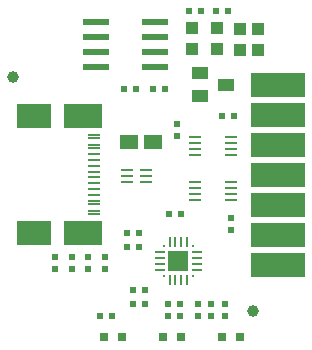
<source format=gbr>
%TF.GenerationSoftware,KiCad,Pcbnew,7.0.9-7.0.9~ubuntu22.04.1*%
%TF.CreationDate,2024-02-22T15:11:35+02:00*%
%TF.ProjectId,USB-SERIAL-L_Rev_B,5553422d-5345-4524-9941-4c2d4c5f5265,B*%
%TF.SameCoordinates,PX5f5e100PY7270e00*%
%TF.FileFunction,Paste,Top*%
%TF.FilePolarity,Positive*%
%FSLAX46Y46*%
G04 Gerber Fmt 4.6, Leading zero omitted, Abs format (unit mm)*
G04 Created by KiCad (PCBNEW 7.0.9-7.0.9~ubuntu22.04.1) date 2024-02-22 15:11:35*
%MOMM*%
%LPD*%
G01*
G04 APERTURE LIST*
%ADD10R,0.250000X0.250000*%
%ADD11R,0.830000X0.230000*%
%ADD12R,0.230000X0.830000*%
%ADD13R,1.800000X1.800000*%
%ADD14R,0.550000X0.500000*%
%ADD15R,2.200000X0.600000*%
%ADD16R,0.980000X0.230000*%
%ADD17R,4.572000X2.032000*%
%ADD18R,0.500000X0.550000*%
%ADD19R,1.016000X1.016000*%
%ADD20R,0.800000X0.800000*%
%ADD21C,1.000000*%
%ADD22R,3.200000X2.100000*%
%ADD23R,3.000000X2.100000*%
%ADD24R,2.200000X1.100000*%
%ADD25R,2.000000X1.100000*%
%ADD26R,1.130000X0.280000*%
%ADD27R,1.130000X0.230000*%
%ADD28R,1.400000X1.000000*%
%ADD29R,1.524000X1.270000*%
G04 APERTURE END LIST*
D10*
X14324000Y9922000D03*
D11*
X13999000Y9422000D03*
X13999000Y8922000D03*
X13999000Y8422000D03*
X13999000Y7922000D03*
D10*
X14324000Y7422000D03*
D12*
X14824000Y7097000D03*
X15324000Y7097000D03*
X15824000Y7097000D03*
X16324000Y7097000D03*
D10*
X16824000Y7422000D03*
D11*
X17149000Y7922000D03*
X17149000Y8422000D03*
X17149000Y8922000D03*
X17149000Y9422000D03*
D10*
X16824000Y9922000D03*
D12*
X16324000Y10247000D03*
X15824000Y10247000D03*
X15324000Y10247000D03*
X14824000Y10247000D03*
D13*
X15574000Y8672000D03*
D14*
X9347000Y7986000D03*
X9347000Y9002000D03*
D15*
X13625000Y25131000D03*
X13625000Y26401000D03*
X13625000Y27671000D03*
X13625000Y28941000D03*
X8625000Y28941000D03*
X8625000Y27671000D03*
X8625000Y26401000D03*
X8625000Y25131000D03*
D16*
X12824000Y15360000D03*
X12824000Y15860000D03*
X12824000Y16360000D03*
X11204000Y16360000D03*
X11204000Y15860000D03*
X11204000Y15360000D03*
D17*
X24000000Y8380000D03*
X24000000Y10920000D03*
X24000000Y13460000D03*
X24000000Y16000000D03*
X24000000Y18540000D03*
X24000000Y21080000D03*
X24000000Y23620000D03*
D18*
X19253000Y20940000D03*
X20269000Y20940000D03*
D19*
X18872000Y28433000D03*
X18872000Y26655000D03*
D18*
X19761000Y29830000D03*
X18745000Y29830000D03*
D14*
X6553000Y7986000D03*
X6553000Y9002000D03*
D16*
X20015000Y13840000D03*
X20015000Y14340000D03*
X20015000Y14840000D03*
X20015000Y15340000D03*
X17015000Y15340000D03*
X17015000Y14840000D03*
X17015000Y14340000D03*
X17015000Y13840000D03*
D20*
X9238000Y2250000D03*
X10762000Y2250000D03*
D21*
X21920000Y4430000D03*
D16*
X20015000Y19150000D03*
X20015000Y18650000D03*
X20015000Y18150000D03*
X20015000Y17650000D03*
X17015000Y17650000D03*
X17015000Y18150000D03*
X17015000Y18650000D03*
X17015000Y19150000D03*
D14*
X18364000Y5065000D03*
X18364000Y4049000D03*
D18*
X15824000Y12685000D03*
X14808000Y12685000D03*
D19*
X20777000Y26528000D03*
X20777000Y28306000D03*
D18*
X12268000Y9891000D03*
X11252000Y9891000D03*
X8966000Y4049000D03*
X9982000Y4049000D03*
D19*
X22301000Y26528000D03*
X22301000Y28306000D03*
D14*
X20015000Y12304000D03*
X20015000Y11288000D03*
D19*
X16713000Y28433000D03*
X16713000Y26655000D03*
D14*
X15443000Y19289000D03*
X15443000Y20305000D03*
D18*
X15697000Y4049000D03*
X14681000Y4049000D03*
X10998000Y23226000D03*
X12014000Y23226000D03*
X13411000Y23226000D03*
X14427000Y23226000D03*
D14*
X19507000Y5065000D03*
X19507000Y4049000D03*
D18*
X12776000Y5065000D03*
X11760000Y5065000D03*
D22*
X7530000Y11072400D03*
X7530000Y20927600D03*
D23*
X3350000Y11072400D03*
X3350000Y20927600D03*
D24*
X7530000Y11072400D03*
X7530000Y20927600D03*
D25*
X3350000Y11072400D03*
X3350000Y20927600D03*
D26*
X8432000Y19325000D03*
X8432000Y18525000D03*
D27*
X8432000Y17250000D03*
X8432000Y16250000D03*
X8432000Y15750000D03*
X8432000Y14750000D03*
D26*
X8432000Y13475000D03*
X8432000Y12675000D03*
X8432000Y12925000D03*
X8432000Y13725000D03*
D27*
X8432000Y14250000D03*
X8432000Y15250000D03*
X8432000Y16750000D03*
X8432000Y17750000D03*
D26*
X8432000Y18275000D03*
X8432000Y19075000D03*
D21*
X1600000Y24242000D03*
D14*
X5156000Y7986000D03*
X5156000Y9002000D03*
D20*
X14238000Y2250000D03*
X15762000Y2250000D03*
D18*
X14681000Y5065000D03*
X15697000Y5065000D03*
D14*
X17221000Y5065000D03*
X17221000Y4049000D03*
D18*
X12776000Y6208000D03*
X11760000Y6208000D03*
D20*
X19238000Y2250000D03*
X20762000Y2250000D03*
D18*
X12268000Y11034000D03*
X11252000Y11034000D03*
D28*
X17383560Y24556960D03*
X17383560Y22654500D03*
X19593360Y23609540D03*
D14*
X7950000Y7986000D03*
X7950000Y9002000D03*
D29*
X11379000Y18781000D03*
X13411000Y18781000D03*
D18*
X17475000Y29830000D03*
X16459000Y29830000D03*
M02*

</source>
